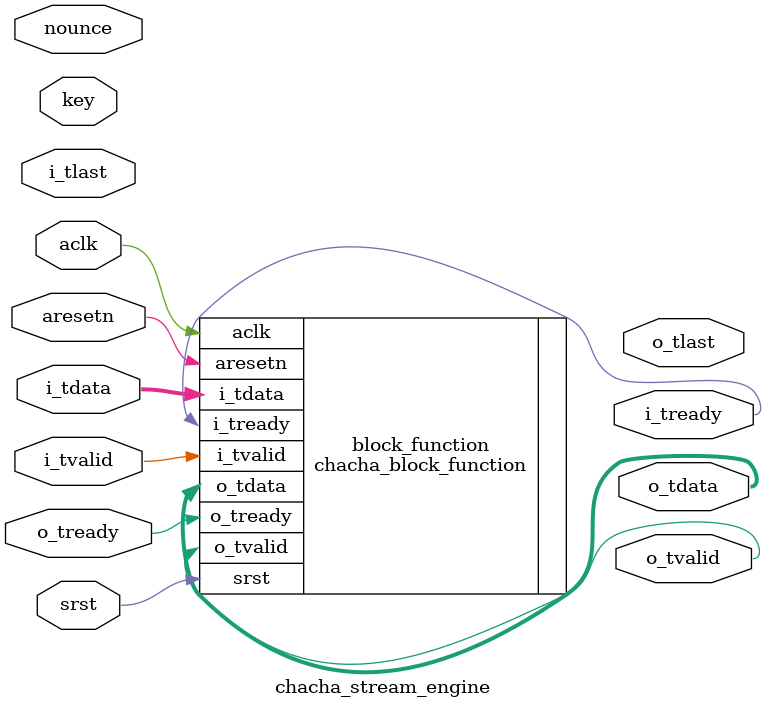
<source format=sv>

`timescale 1 ns / 1 ps
`default_nettype none


module chacha_stream_engine

    #(
        parameter DATA_W = 512,
        parameter KEY_W = 256,
        parameter NOUNCE_W = 96,
        parameter COUNT_W = 32,
        parameter ROUND_COUNT = 20

    )(
        // Global interface
        input  logic                  aclk,
        input  logic                  aresetn,
        input  logic                  srst,
        // Keyw & nouce
        input  logic [KEY_W     -1:0] key,
        input  logic [NOUNCE_W  -1:0] nounce,
        // Input interface
        input  logic                  i_tvalid,
        output logic                  i_tready,
        input  logic [DATA_W    -1:0] i_tdata,
        input  logic                  i_tlast,
        // Output interface
        output logic                  o_tvalid,
        input  logic                  o_tready,
        output logic [DATA_W    -1:0] o_tdata,
        output logic                  o_tlast
    );


    // ::::::::::::::::::::::::::::::::::::::::::::::::::::::::::::::::::::::::::::::::::::::::::::
    // Local variables and parameters
    // ::::::::::::::::::::::::::::::::::::::::::::::::::::::::::::::::::::::::::::::::::::::::::::

    // The first four constant words [0-3] as specified in RFC8439:
    localparam             CONSTANT0 = 32'h61707865;
    localparam             CONSTANT1 = 32'h3320646E;
    localparam             CONSTANT2 = 32'h79622D32;
    localparam             CONSTANT3 = 32'h6B206574;

    logic [32        -1:0] block_count;

    // Control fsm
    typedef enum logic[3:0] {
        IDLE = 0,
        PREFETCH = 1,
        RELOAD = 2,
        FENCE = 3,
        FENCE_I = 4,
        WFI = 5,
        EBREAK = 6
    } cfsm_t;

    cfsm_t cfsm;


    // ::::::::::::::::::::::::::::::::::::::::::::::::::::::::::::::::::::::::::::::::::::::::::::
    //
    // ::::::::::::::::::::::::::::::::::::::::::::::::::::::::::::::::::::::::::::::::::::::::::::


    logic                  i_tvalid;
    logic                  i_tready;
    logic [DATA_W    -1:0] i_tdata;
    logic                  o_tvalid;
    logic                  o_tready;
    logic [DATA_W    -1:0] o_tdata;

    chacha_block_function block_function
    (
        .aclk     (aclk),
        .aresetn  (aresetn),
        .srst     (srst),
        .i_tvalid (i_tvalid),
        .i_tready (i_tready),
        .i_tdata  (i_tdata),
        .o_tvalid (o_tvalid),
        .o_tready (o_tready),
        .o_tdata  (o_tdata)
    );

endmodule

`resetall


</source>
